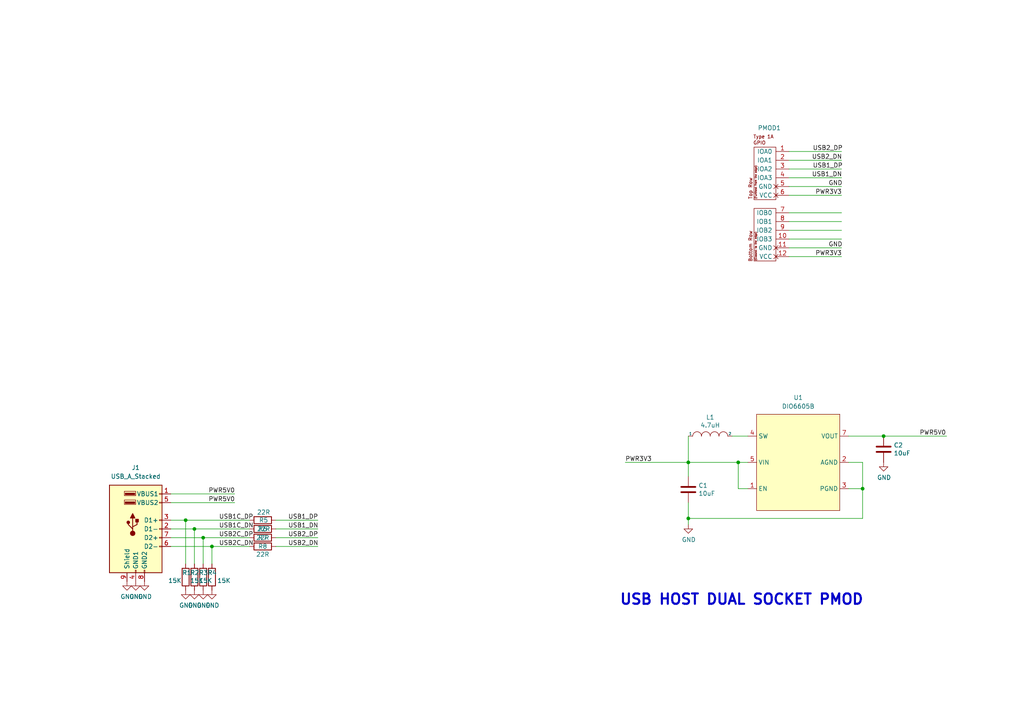
<source format=kicad_sch>
(kicad_sch (version 20211123) (generator eeschema)
  (paper "A4")
  (title_block (date "2022-10-26") (rev "V0") (company "Copyright © 2023 Lone Dynamics Corporation"))
  (lib_symbols
    (symbol "Connector:USB_A_Stacked" (pin_names (offset 1.016))
      (property "Reference" "J" (at 0 15.875 0))
      (property "Value" "USB_A_Stacked" (at 0 13.97 0))
      (symbol "USB_A_Stacked_0_1"
        (rectangle (start -7.62 12.7) (end 7.62 -12.7) (stroke (width 0.254)) (fill (type background)))
        (circle (center -2.159 1.905) (radius 0.381) (stroke (width 0.254)) (fill (type outline)))
        (circle (center -0.889 -1.27) (radius 0.635) (stroke (width 0.254)) (fill (type outline)))
        (rectangle (start -0.254 7.366) (end -3.048 7.874) (fill (type outline)))
        (rectangle (start -0.254 9.906) (end -3.048 10.414) (fill (type outline)))
        (rectangle (start -0.127 -12.7) (end 0.127 -11.938))
        (polyline (pts (xy -1.524 3.175) (xy -0.254 3.175) (xy -0.889 4.445) (xy -1.524 3.175)) (stroke (width 0.254)) (fill (type outline)))
        (polyline (pts (xy -0.889 -0.635) (xy -0.889 0) (xy -2.159 1.27) (xy -2.159 1.905)) (stroke (width 0.254)))
        (polyline (pts (xy -0.889 0) (xy -0.889 0.635) (xy 0.381 1.27) (xy 0.381 2.54)) (stroke (width 0.254)))
        (rectangle (start 0 2.794) (end 0.762 2.032) (stroke (width 0.254)) (fill (type outline)))
        (rectangle (start 0 7.112) (end -3.302 8.382))
        (rectangle (start 0 9.652) (end -3.302 10.922))
        (rectangle (start 2.413 -12.7) (end 2.667 -11.938))
        (rectangle (start 7.62 -5.207) (end 6.858 -4.953))
        (rectangle (start 7.62 -2.667) (end 6.858 -2.413))
        (rectangle (start 7.62 -0.127) (end 6.858 0.127))
        (rectangle (start 7.62 2.413) (end 6.858 2.667))
        (rectangle (start 7.62 7.493) (end 6.858 7.747))
        (rectangle (start 7.62 10.033) (end 6.858 10.287))
      )
      (symbol "USB_A_Stacked_1_1"
        (polyline (pts (xy -0.889 0.635) (xy -0.889 3.175)) (stroke (width 0.254)))
        (pin power_in line (at 10.16 10.16 180) (length 2.54) (name "VBUS1") (number "1"))
        (pin bidirectional line (at 10.16 0 180) (length 2.54) (name "D1-") (number "2"))
        (pin bidirectional line (at 10.16 2.54 180) (length 2.54) (name "D1+") (number "3"))
        (pin power_in line (at 0 -15.24 90) (length 2.54) (name "GND1") (number "4"))
        (pin power_in line (at 10.16 7.62 180) (length 2.54) (name "VBUS2") (number "5"))
        (pin bidirectional line (at 10.16 -5.08 180) (length 2.54) (name "D2-") (number "6"))
        (pin bidirectional line (at 10.16 -2.54 180) (length 2.54) (name "D2+") (number "7"))
        (pin power_in line (at 2.54 -15.24 90) (length 2.54) (name "GND2") (number "8"))
        (pin passive line (at -2.54 -15.24 90) (length 2.54) (name "Shield") (number "9"))
      )
    )
    (symbol "Device:C" (pin_numbers hide) (pin_names (offset 0.254))
      (property "Reference" "C" (at 0.635 2.54 0))
      (property "Value" "C" (at 0.635 -2.54 0))
      (symbol "C_0_1"
        (polyline (pts (xy -2.032 -0.762) (xy 2.032 -0.762)) (stroke (width 0.508)))
        (polyline (pts (xy -2.032 0.762) (xy 2.032 0.762)) (stroke (width 0.508)))
      )
      (symbol "C_1_1"
        (pin passive line (at 0 3.81 270) (length 2.794) (name "~") (number "1"))
        (pin passive line (at 0 -3.81 90) (length 2.794) (name "~") (number "2"))
      )
    )
    (symbol "Device:R" (pin_numbers hide) (pin_names (offset 0))
      (property "Reference" "R" (at 2.032 0 90))
      (property "Value" "R" (at 0 0 90))
      (symbol "R_0_1"
        (rectangle (start -1.016 -2.54) (end 1.016 2.54) (stroke (width 0.254)))
      )
      (symbol "R_1_1"
        (pin passive line (at 0 3.81 270) (length 1.27) (name "~") (number "1"))
        (pin passive line (at 0 -3.81 90) (length 1.27) (name "~") (number "2"))
      )
    )
    (symbol "ld-power:DIO6605B"
      (property "Reference" "U" (at 0 0 0))
      (property "Value" "DIO6605B" (at 0 2.54 0))
      (symbol "DIO6605B_0_1"
        (rectangle (start -11.43 6.35) (end 12.7 -21.59) (fill (type background)))
      )
      (symbol "DIO6605B_1_1"
        (pin input line (at -13.97 -15.24 0) (length 2.54) (name "EN") (number "1"))
        (pin input line (at 15.24 -7.62 180) (length 2.54) (name "AGND") (number "2"))
        (pin input line (at 15.24 -15.24 180) (length 2.54) (name "PGND") (number "3"))
        (pin input line (at -13.97 0 0) (length 2.54) (name "SW") (number "4"))
        (pin input line (at -13.97 -7.62 0) (length 2.54) (name "VIN") (number "5"))
        (pin output line (at 15.24 0 180) (length 2.54) (name "VOUT") (number "7"))
      )
    )
    (symbol "pmod:PMOD-Device-x2-Type-1A-GPIO" (pin_names (offset 1.016))
      (property "Reference" "PMOD" (at -3.302 -1.27 0))
      (symbol "PMOD-Device-x2-Type-1A-GPIO_0_0"
        (text "(Closest to the edge)" (at -5.842 -13.462 900) (effects (font (size 0.508 0.508))))
        (text "(Furthest from the edge)" (at -5.842 5.08 900) (effects (font (size 0.508 0.508))))
        (text "Bottom Row" (at -7.366 -13.462 900) (effects (font (size 0.9906 0.9906))))
        (text "GPIO" (at -6.604 16.51 0) (effects (font (size 0.9906 0.9906)) (justify left)))
        (text "Top Row" (at -7.366 3.302 900) (effects (font (size 0.9906 0.9906))))
        (text "Type 1A" (at -6.604 18.288 0) (effects (font (size 0.9906 0.9906)) (justify left)))
      )
      (symbol "PMOD-Device-x2-Type-1A-GPIO_0_1"
        (rectangle (start -6.35 -2.54) (end 0 -17.78))
        (rectangle (start 0 15.24) (end -6.35 0))
      )
      (symbol "PMOD-Device-x2-Type-1A-GPIO_1_1"
        (pin bidirectional line (at 3.81 13.97 180) (length 3.81) (name "IOA0") (number "1"))
        (pin bidirectional line (at 3.81 -11.43 180) (length 3.81) (name "IOB3") (number "10"))
        (pin power_out non_logic (at 3.81 -13.97 180) (length 3.81) (name "GND") (number "11"))
        (pin power_out non_logic (at 3.81 -16.51 180) (length 3.81) (name "VCC") (number "12"))
        (pin bidirectional line (at 3.81 11.43 180) (length 3.81) (name "IOA1") (number "2"))
        (pin bidirectional line (at 3.81 8.89 180) (length 3.81) (name "IOA2") (number "3"))
        (pin bidirectional line (at 3.81 6.35 180) (length 3.81) (name "IOA3") (number "4"))
        (pin power_out non_logic (at 3.81 3.81 180) (length 3.81) (name "GND") (number "5"))
        (pin power_out non_logic (at 3.81 1.27 180) (length 3.81) (name "VCC") (number "6"))
        (pin bidirectional line (at 3.81 -3.81 180) (length 3.81) (name "IOB0") (number "7"))
        (pin bidirectional line (at 3.81 -6.35 180) (length 3.81) (name "IOB1") (number "8"))
        (pin bidirectional line (at 3.81 -8.89 180) (length 3.81) (name "IOB2") (number "9"))
      )
    )
    (symbol "power:GND" (power) (pin_names (offset 0))
      (property "Value" "GND" (at 0 -3.81 0))
      (symbol "GND_0_1"
        (polyline (pts (xy 0 0) (xy 0 -1.27) (xy 1.27 -1.27) (xy 0 -2.54) (xy -1.27 -1.27) (xy 0 -1.27)))
      )
      (symbol "GND_1_1"
        (pin power_in line (at 0 0 270) (length 0) hide (name "GND") (number "1"))
      )
    )
    (symbol "pspice:INDUCTOR" (pin_numbers hide) (pin_names (offset 0))
      (property "Reference" "L" (at 0 2.54 0))
      (property "Value" "INDUCTOR" (at 0 -1.27 0))
      (symbol "INDUCTOR_0_1"
        (arc (start -2.54 0) (mid -3.81 1.27) (end -5.08 0))
        (arc (start 0 0) (mid -1.27 1.27) (end -2.54 0))
        (arc (start 2.54 0) (mid 1.27 1.27) (end 0 0))
        (arc (start 5.08 0) (mid 3.81 1.27) (end 2.54 0))
      )
      (symbol "INDUCTOR_1_1"
        (pin input line (at -6.35 0 0) (length 1.27) (name "1") (number "1"))
        (pin input line (at 6.35 0 180) (length 1.27) (name "2") (number "2"))
      )
    )
  )
  (junction (at 256.286 126.492))
  (junction (at 199.644 134.112))
  (junction (at 214.122 134.112))
  (junction (at 58.928 155.956))
  (junction (at 250.19 141.732))
  (junction (at 199.644 150.368))
  (junction (at 61.468 158.496))
  (junction (at 56.388 153.416))
  (junction (at 53.848 150.876))
  (wire (pts (xy 49.53 143.256) (xy 68.072 143.256)))
  (wire (pts (xy 49.53 158.496) (xy 61.468 158.496)))
  (wire (pts (xy 181.356 134.112) (xy 199.644 134.112)))
  (wire (pts (xy 199.644 126.492) (xy 199.644 134.112)))
  (wire (pts (xy 244.094 46.482) (xy 228.854 46.482)))
  (wire (pts (xy 246.126 134.112) (xy 250.19 134.112)))
  (wire (pts (xy 214.122 141.732) (xy 214.122 134.112)))
  (wire (pts (xy 244.094 56.642) (xy 228.854 56.642)))
  (wire (pts (xy 199.644 145.796) (xy 199.644 150.368)))
  (wire (pts (xy 244.094 51.562) (xy 228.854 51.562)))
  (wire (pts (xy 53.848 150.876) (xy 53.848 163.576)))
  (wire (pts (xy 199.644 150.368) (xy 250.19 150.368)))
  (wire (pts (xy 244.094 69.342) (xy 228.854 69.342)))
  (wire (pts (xy 58.928 155.956) (xy 58.928 163.576)))
  (wire (pts (xy 250.19 150.368) (xy 250.19 141.732)))
  (wire (pts (xy 216.916 141.732) (xy 214.122 141.732)))
  (wire (pts (xy 199.644 150.368) (xy 199.644 152.146)))
  (wire (pts (xy 56.388 153.416) (xy 56.388 163.576)))
  (wire (pts (xy 244.094 66.802) (xy 228.854 66.802)))
  (wire (pts (xy 80.01 155.956) (xy 92.202 155.956)))
  (wire (pts (xy 56.388 153.416) (xy 72.39 153.416)))
  (wire (pts (xy 244.094 71.882) (xy 228.854 71.882)))
  (wire (pts (xy 61.468 158.496) (xy 61.468 163.576)))
  (wire (pts (xy 256.286 126.492) (xy 274.574 126.492)))
  (wire (pts (xy 199.644 134.112) (xy 199.644 138.176)))
  (wire (pts (xy 49.53 153.416) (xy 56.388 153.416)))
  (wire (pts (xy 244.094 74.422) (xy 228.854 74.422)))
  (wire (pts (xy 244.094 54.102) (xy 228.854 54.102)))
  (wire (pts (xy 212.344 126.492) (xy 216.916 126.492)))
  (wire (pts (xy 80.01 158.496) (xy 92.202 158.496)))
  (wire (pts (xy 61.468 158.496) (xy 72.39 158.496)))
  (wire (pts (xy 80.01 153.416) (xy 92.202 153.416)))
  (wire (pts (xy 49.53 150.876) (xy 53.848 150.876)))
  (wire (pts (xy 53.848 150.876) (xy 72.39 150.876)))
  (wire (pts (xy 244.094 64.262) (xy 228.854 64.262)))
  (wire (pts (xy 199.644 134.112) (xy 214.122 134.112)))
  (wire (pts (xy 244.094 43.942) (xy 228.854 43.942)))
  (wire (pts (xy 250.19 134.112) (xy 250.19 141.732)))
  (wire (pts (xy 80.01 150.876) (xy 92.202 150.876)))
  (wire (pts (xy 244.094 49.022) (xy 228.854 49.022)))
  (wire (pts (xy 246.126 141.732) (xy 250.19 141.732)))
  (wire (pts (xy 246.126 126.492) (xy 256.286 126.492)))
  (wire (pts (xy 58.928 155.956) (xy 72.39 155.956)))
  (wire (pts (xy 49.53 145.796) (xy 68.072 145.796)))
  (wire (pts (xy 244.094 61.722) (xy 228.854 61.722)))
  (wire (pts (xy 49.53 155.956) (xy 58.928 155.956)))
  (wire (pts (xy 214.122 134.112) (xy 216.916 134.112)))
  (text "USB HOST DUAL SOCKET PMOD" (at 179.578 175.768 0) (effects (font (size 3 3) (thickness 0.6) bold) (justify left bottom)))
  (label "USB2_DN" (at 83.566 158.496 0))
  (label "PWR5V0" (at 60.452 145.796 0))
  (label "PWR3V3" (at 181.356 134.112 0))
  (label "USB2_DP" (at 235.712 43.942 0))
  (label "GND" (at 240.284 54.102 0))
  (label "GND" (at 240.284 71.882 0))
  (label "PWR3V3" (at 236.474 56.642 0))
  (label "USB1_DP" (at 235.712 49.022 0))
  (label "USB2_DP" (at 83.566 155.956 0))
  (label "USB1_DN" (at 83.566 153.416 0))
  (label "USB1_DN" (at 235.458 51.562 0))
  (label "USB2C_DP" (at 63.5 155.956 0))
  (label "PWR5V0" (at 60.452 143.256 0))
  (label "USB2C_DN" (at 63.5 158.496 0))
  (label "USB1C_DN" (at 63.5 153.416 0))
  (label "USB2_DN" (at 235.458 46.482 0))
  (label "PWR3V3" (at 236.474 74.422 0))
  (label "USB1C_DP" (at 63.5 150.876 0))
  (label "PWR5V0" (at 266.7 126.492 0))
  (label "USB1_DP" (at 83.566 150.876 0))
  (symbol (lib_id "Device:R") (at 53.848 167.386 0) (unit 1)
    (property "Reference" "R1" (at 52.832 166.116 0) (effects (justify left)))
    (property "Value" "15K" (at 48.768 168.402 0) (effects (justify left)))
    (property "Footprint" "Resistor_SMD:R_0402_1005Metric" (effects hide))
  )
  (symbol (lib_id "pspice:INDUCTOR") (at 205.994 126.492 0) (unit 1)
    (property "Reference" "L1" (at 205.994 121.031 0))
    (property "Value" "4.7uH" (at 205.994 123.3424 0))
    (property "Footprint" "Inductor_SMD:L_0805_2012Metric" (effects hide))
  )
  (symbol (lib_id "Device:C") (at 199.644 141.986 0) (unit 1)
    (property "Reference" "C1" (at 202.565 140.8176 0) (effects (justify left)))
    (property "Value" "10uF" (at 202.565 143.129 0) (effects (justify left)))
    (property "Footprint" "Inductor_SMD:L_0603_1608Metric" (effects hide))
  )
  (symbol (lib_id "pmod:PMOD-Device-x2-Type-1A-GPIO") (at 225.044 57.912 0) (unit 1)
    (property "Reference" "PMOD1" (at 223.139 37.1094 0))
    (property "Value" "PMOD-Device-x2-Type-1A-GPIO" (effects hide))
    (property "Footprint" "pmod-conn_6x2:pmod_pin_array_6x2" (effects hide))
  )
  (symbol (lib_id "power:GND") (at 58.928 171.196 0) (unit 1)
    (property "Reference" "#PWR06" (effects hide))
    (property "Value" "GND" (at 59.055 175.5902 0))
  )
  (symbol (lib_id "Device:R") (at 58.928 167.386 0) (unit 1)
    (property "Reference" "R3" (at 57.658 166.116 0) (effects (justify left)))
    (property "Value" "15K" (at 57.658 168.402 0) (effects (justify left)))
    (property "Footprint" "Resistor_SMD:R_0402_1005Metric" (effects hide))
  )
  (symbol (lib_id "Device:C") (at 256.286 130.302 0) (unit 1)
    (property "Reference" "C2" (at 259.207 129.1336 0) (effects (justify left)))
    (property "Value" "10uF" (at 259.207 131.445 0) (effects (justify left)))
    (property "Footprint" "Inductor_SMD:L_0603_1608Metric" (effects hide))
  )
  (symbol (lib_id "Device:R") (at 61.468 167.386 0) (unit 1)
    (property "Reference" "R4" (at 60.198 166.116 0) (effects (justify left)))
    (property "Value" "15K" (at 62.992 168.402 0) (effects (justify left)))
    (property "Footprint" "Resistor_SMD:R_0402_1005Metric" (effects hide))
  )
  (symbol (lib_id "Device:R") (at 76.2 150.876 270) (unit 1)
    (property "Reference" "R5" (at 76.454 150.876 90))
    (property "Value" "22R" (at 76.454 148.59 90))
    (property "Footprint" "Resistor_SMD:R_0402_1005Metric" (effects hide))
  )
  (symbol (lib_id "Connector:USB_A_Stacked") (at 39.37 153.416 0) (unit 1)
    (property "Reference" "J1" (at 39.37 135.636 0))
    (property "Value" "USB_A_Stacked" (at 39.37 138.176 0))
    (property "Footprint" "Connector_USB:USB_A_Wuerth_61400826021_Horizontal_Stacked" (effects hide))
    (property "Datasheet" " ~" (effects hide))
  )
  (symbol (lib_id "Device:R") (at 76.2 153.416 270) (unit 1)
    (property "Reference" "R6" (at 76.2 153.416 90))
    (property "Value" "22R" (at 76.454 153.416 90))
    (property "Footprint" "Resistor_SMD:R_0402_1005Metric" (effects hide))
  )
  (symbol (lib_id "power:GND") (at 61.468 171.196 0) (unit 1)
    (property "Reference" "#PWR07" (effects hide))
    (property "Value" "GND" (at 61.595 175.5902 0))
  )
  (symbol (lib_id "Device:R") (at 76.2 158.496 270) (unit 1)
    (property "Reference" "R8" (at 76.2 158.496 90))
    (property "Value" "22R" (at 76.2 160.782 90))
    (property "Footprint" "Resistor_SMD:R_0402_1005Metric" (effects hide))
  )
  (symbol (lib_id "power:GND") (at 39.37 168.656 0) (unit 1)
    (property "Reference" "#PWR02" (effects hide))
    (property "Value" "GND" (at 39.497 173.0502 0))
  )
  (symbol (lib_id "power:GND") (at 41.91 168.656 0) (unit 1)
    (property "Reference" "#PWR03" (effects hide))
    (property "Value" "GND" (at 42.037 173.0502 0))
  )
  (symbol (lib_id "power:GND") (at 256.286 134.112 0) (unit 1)
    (property "Reference" "#PWR09" (effects hide))
    (property "Value" "GND" (at 256.413 138.5062 0))
  )
  (symbol (lib_id "ld-power:DIO6605B") (at 230.886 126.492 0) (unit 1)
    (property "Reference" "U1" (at 231.521 115.316 0))
    (property "Value" "DIO6605B" (at 231.521 117.856 0))
    (property "Footprint" "Package_DFN_QFN:TDFN-8-1EP_3x2mm_P0.5mm_EP1.4x1.4mm" (effects hide))
  )
  (symbol (lib_id "power:GND") (at 56.388 171.196 0) (unit 1)
    (property "Reference" "#PWR05" (effects hide))
    (property "Value" "GND" (at 56.515 175.5902 0))
  )
  (symbol (lib_id "Device:R") (at 76.2 155.956 270) (unit 1)
    (property "Reference" "R7" (at 76.2 155.956 90))
    (property "Value" "22R" (at 76.2 155.956 90))
    (property "Footprint" "Resistor_SMD:R_0402_1005Metric" (effects hide))
  )
  (symbol (lib_id "Device:R") (at 56.388 167.386 0) (unit 1)
    (property "Reference" "R2" (at 55.118 166.116 0) (effects (justify left)))
    (property "Value" "15K" (at 55.118 168.402 0) (effects (justify left)))
    (property "Footprint" "Resistor_SMD:R_0402_1005Metric" (effects hide))
  )
  (symbol (lib_id "power:GND") (at 199.644 152.146 0) (unit 1)
    (property "Reference" "#PWR08" (effects hide))
    (property "Value" "GND" (at 199.771 156.5402 0))
  )
  (symbol (lib_id "power:GND") (at 53.848 171.196 0) (unit 1)
    (property "Reference" "#PWR04" (effects hide))
    (property "Value" "GND" (at 53.975 175.5902 0))
  )
  (symbol (lib_id "power:GND") (at 36.83 168.656 0) (unit 1)
    (property "Reference" "#PWR01" (effects hide))
    (property "Value" "GND" (at 36.957 173.0502 0))
  )
)
</source>
